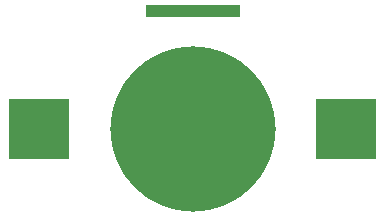
<source format=gbp>
G04 (created by PCBNEW-RS274X (2011-11-27 BZR 3249)-stable) date 21/02/2012 2:28:41 p.m.*
G01*
G70*
G90*
%MOIN*%
G04 Gerber Fmt 3.4, Leading zero omitted, Abs format*
%FSLAX34Y34*%
G04 APERTURE LIST*
%ADD10C,0.006000*%
%ADD11R,0.200800X0.200800*%
%ADD12C,0.551200*%
%ADD13R,0.315000X0.039400*%
G04 APERTURE END LIST*
G54D10*
G54D11*
X39279Y-29299D03*
X29043Y-29299D03*
G54D12*
X34161Y-29299D03*
G54D13*
X34161Y-25362D03*
M02*

</source>
